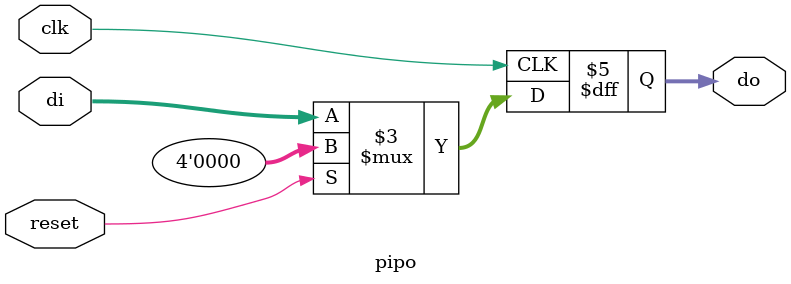
<source format=v>
`timescale 1ns / 1ps

// Author      : Venu Pabbuleti 
// ID          : N180116
//Branch       : ECE
//Project Name : RTL design using Verilog
//Design  Name : Parallel In Parallel Out Shift Register--->Behavioral
//Module  Name : pipo
//RGUKT NUZVID 
//////////////////////////////////////////////////////////////////////////////////


module pipo(reset,clk,di,do);
input clk,reset;
input [3:0] di;
output reg[3:0] do;


always @(posedge clk)
begin
	if(reset)
	begin
		do = 0;
	end
	
	else
	begin
		do = di;
	end
		
end
endmodule
</source>
